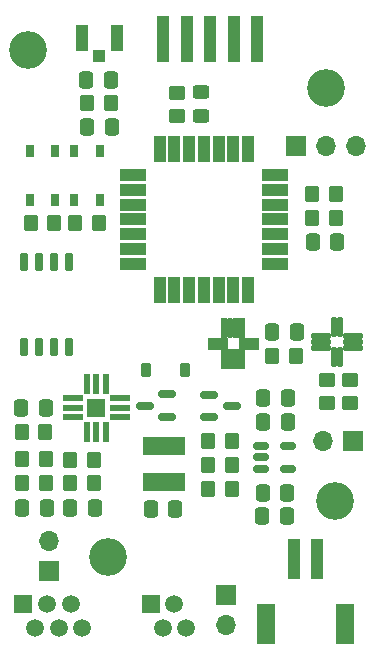
<source format=gbr>
%TF.GenerationSoftware,KiCad,Pcbnew,7.0.8-7.0.8~ubuntu22.04.1*%
%TF.CreationDate,2023-10-23T06:40:44-04:00*%
%TF.ProjectId,DDRN_Hardware,4444524e-5f48-4617-9264-776172652e6b,rev?*%
%TF.SameCoordinates,Original*%
%TF.FileFunction,Soldermask,Top*%
%TF.FilePolarity,Negative*%
%FSLAX46Y46*%
G04 Gerber Fmt 4.6, Leading zero omitted, Abs format (unit mm)*
G04 Created by KiCad (PCBNEW 7.0.8-7.0.8~ubuntu22.04.1) date 2023-10-23 06:40:44*
%MOMM*%
%LPD*%
G01*
G04 APERTURE LIST*
G04 Aperture macros list*
%AMRoundRect*
0 Rectangle with rounded corners*
0 $1 Rounding radius*
0 $2 $3 $4 $5 $6 $7 $8 $9 X,Y pos of 4 corners*
0 Add a 4 corners polygon primitive as box body*
4,1,4,$2,$3,$4,$5,$6,$7,$8,$9,$2,$3,0*
0 Add four circle primitives for the rounded corners*
1,1,$1+$1,$2,$3*
1,1,$1+$1,$4,$5*
1,1,$1+$1,$6,$7*
1,1,$1+$1,$8,$9*
0 Add four rect primitives between the rounded corners*
20,1,$1+$1,$2,$3,$4,$5,0*
20,1,$1+$1,$4,$5,$6,$7,0*
20,1,$1+$1,$6,$7,$8,$9,0*
20,1,$1+$1,$8,$9,$2,$3,0*%
G04 Aperture macros list end*
%ADD10R,1.700000X1.700000*%
%ADD11O,1.700000X1.700000*%
%ADD12R,0.650000X1.050000*%
%ADD13RoundRect,0.250000X0.350000X0.450000X-0.350000X0.450000X-0.350000X-0.450000X0.350000X-0.450000X0*%
%ADD14RoundRect,0.250000X-0.350000X-0.450000X0.350000X-0.450000X0.350000X0.450000X-0.350000X0.450000X0*%
%ADD15RoundRect,0.250000X0.450000X-0.350000X0.450000X0.350000X-0.450000X0.350000X-0.450000X-0.350000X0*%
%ADD16RoundRect,0.250000X-0.450000X0.350000X-0.450000X-0.350000X0.450000X-0.350000X0.450000X0.350000X0*%
%ADD17RoundRect,0.102000X-0.125000X-0.750000X0.125000X-0.750000X0.125000X0.750000X-0.125000X0.750000X0*%
%ADD18RoundRect,0.102000X-0.750000X-0.125000X0.750000X-0.125000X0.750000X0.125000X-0.750000X0.125000X0*%
%ADD19R,1.000000X1.050000*%
%ADD20R,1.050000X2.200000*%
%ADD21R,2.300000X1.000000*%
%ADD22R,1.000000X2.300000*%
%ADD23RoundRect,0.150000X-0.150000X0.650000X-0.150000X-0.650000X0.150000X-0.650000X0.150000X0.650000X0*%
%ADD24RoundRect,0.250000X0.337500X0.475000X-0.337500X0.475000X-0.337500X-0.475000X0.337500X-0.475000X0*%
%ADD25RoundRect,0.102000X-0.175000X0.750000X-0.175000X-0.750000X0.175000X-0.750000X0.175000X0.750000X0*%
%ADD26RoundRect,0.102000X0.750000X0.175000X-0.750000X0.175000X-0.750000X-0.175000X0.750000X-0.175000X0*%
%ADD27RoundRect,0.102000X0.175000X-0.750000X0.175000X0.750000X-0.175000X0.750000X-0.175000X-0.750000X0*%
%ADD28RoundRect,0.102000X-0.750000X-0.175000X0.750000X-0.175000X0.750000X0.175000X-0.750000X0.175000X0*%
%ADD29R,1.500000X1.500000*%
%ADD30RoundRect,0.250000X-0.337500X-0.475000X0.337500X-0.475000X0.337500X0.475000X-0.337500X0.475000X0*%
%ADD31R,3.600000X1.500000*%
%ADD32R,1.000000X4.000000*%
%ADD33RoundRect,0.102000X0.162500X-0.750000X0.162500X0.750000X-0.162500X0.750000X-0.162500X-0.750000X0*%
%ADD34C,1.500000*%
%ADD35RoundRect,0.150000X-0.512500X-0.150000X0.512500X-0.150000X0.512500X0.150000X-0.512500X0.150000X0*%
%ADD36C,3.200000*%
%ADD37RoundRect,0.150000X0.587500X0.150000X-0.587500X0.150000X-0.587500X-0.150000X0.587500X-0.150000X0*%
%ADD38R,1.500000X3.400000*%
%ADD39R,1.000000X3.500000*%
%ADD40RoundRect,0.225000X-0.225000X-0.375000X0.225000X-0.375000X0.225000X0.375000X-0.225000X0.375000X0*%
%ADD41RoundRect,0.250000X0.450000X-0.325000X0.450000X0.325000X-0.450000X0.325000X-0.450000X-0.325000X0*%
%ADD42RoundRect,0.150000X-0.587500X-0.150000X0.587500X-0.150000X0.587500X0.150000X-0.587500X0.150000X0*%
G04 APERTURE END LIST*
D10*
%TO.C,J7*%
X73600000Y-140950000D03*
D11*
X73600000Y-143490000D03*
%TD*%
D10*
%TO.C,J9*%
X84375000Y-127950000D03*
D11*
X81835000Y-127950000D03*
%TD*%
D10*
%TO.C,J6*%
X58600000Y-138975000D03*
D11*
X58600000Y-136435000D03*
%TD*%
D10*
%TO.C,J1*%
X79575000Y-102950000D03*
D11*
X82115000Y-102950000D03*
X84655000Y-102950000D03*
%TD*%
D12*
%TO.C,SW2*%
X59175000Y-103375000D03*
X59175000Y-107525000D03*
X57025000Y-107525000D03*
X57025000Y-103375000D03*
%TD*%
D13*
%TO.C,R19*%
X59100000Y-109450000D03*
X57100000Y-109450000D03*
%TD*%
D14*
%TO.C,R1*%
X60456250Y-131531250D03*
X62456250Y-131531250D03*
%TD*%
D13*
%TO.C,R14*%
X62850000Y-109450000D03*
X60850000Y-109450000D03*
%TD*%
D12*
%TO.C,SW1*%
X62925000Y-103375000D03*
X62925000Y-107525000D03*
X60775000Y-103375000D03*
X60775000Y-107525000D03*
%TD*%
D15*
%TO.C,R15*%
X69450000Y-100450000D03*
X69450000Y-98450000D03*
%TD*%
D16*
%TO.C,R7*%
X82150000Y-122750000D03*
X82150000Y-124750000D03*
%TD*%
D17*
%TO.C,U3*%
X83300000Y-118250000D03*
X82800000Y-118250000D03*
D18*
X81700000Y-119050000D03*
X81700000Y-119550000D03*
X81700000Y-120050000D03*
D17*
X82800000Y-120850000D03*
X83300000Y-120850000D03*
D18*
X84400000Y-120050000D03*
X84400000Y-119550000D03*
X84400000Y-119050000D03*
%TD*%
D19*
%TO.C,J2*%
X62887500Y-95375000D03*
D20*
X61412500Y-93850000D03*
X64362500Y-93850000D03*
%TD*%
D21*
%TO.C,U1*%
X77750000Y-112925000D03*
X77750000Y-111675000D03*
X77750000Y-110425000D03*
X77750000Y-109175000D03*
X77750000Y-107925000D03*
X77750000Y-106675000D03*
X77750000Y-105425000D03*
D22*
X75500000Y-103175000D03*
X74250000Y-103175000D03*
X73000000Y-103175000D03*
X71750000Y-103175000D03*
X70500000Y-103175000D03*
X69250000Y-103175000D03*
X68000000Y-103175000D03*
D21*
X65750000Y-105425000D03*
X65750000Y-106675000D03*
X65750000Y-107925000D03*
X65750000Y-109175000D03*
X65750000Y-110425000D03*
X65750000Y-111675000D03*
X65750000Y-112925000D03*
D22*
X68000000Y-115175000D03*
X69250000Y-115175000D03*
X70500000Y-115175000D03*
X71750000Y-115175000D03*
X73000000Y-115175000D03*
X74250000Y-115175000D03*
X75500000Y-115175000D03*
%TD*%
D23*
%TO.C,U4*%
X60355000Y-112750000D03*
X59085000Y-112750000D03*
X57815000Y-112750000D03*
X56545000Y-112750000D03*
X56545000Y-119950000D03*
X57815000Y-119950000D03*
X59085000Y-119950000D03*
X60355000Y-119950000D03*
%TD*%
D14*
%TO.C,R4*%
X56387500Y-131512500D03*
X58387500Y-131512500D03*
%TD*%
D24*
%TO.C,C10*%
X78837500Y-126322120D03*
X76762500Y-126322120D03*
%TD*%
%TO.C,C11*%
X63937500Y-101350000D03*
X61862500Y-101350000D03*
%TD*%
D25*
%TO.C,U2*%
X63450000Y-123137500D03*
X62650000Y-123137500D03*
X61850000Y-123137500D03*
D26*
X60650000Y-124337500D03*
X60650000Y-125137500D03*
X60650000Y-125937500D03*
D27*
X61850000Y-127137500D03*
X62650000Y-127137500D03*
X63450000Y-127137500D03*
D28*
X64650000Y-125937500D03*
X64650000Y-125137500D03*
X64650000Y-124337500D03*
D29*
X62650000Y-125137500D03*
%TD*%
D30*
%TO.C,C12*%
X61787500Y-97350000D03*
X63862500Y-97350000D03*
%TD*%
D13*
%TO.C,R2*%
X58387500Y-129462500D03*
X56387500Y-129462500D03*
%TD*%
D14*
%TO.C,R9*%
X80950000Y-109050000D03*
X82950000Y-109050000D03*
%TD*%
D24*
%TO.C,C4*%
X58375000Y-125162500D03*
X56300000Y-125162500D03*
%TD*%
D31*
%TO.C,L1*%
X68400000Y-131450000D03*
X68400000Y-128400000D03*
%TD*%
D16*
%TO.C,R6*%
X84150000Y-122750000D03*
X84150000Y-124750000D03*
%TD*%
D14*
%TO.C,R5*%
X60450000Y-129537500D03*
X62450000Y-129537500D03*
%TD*%
%TO.C,R12*%
X72100000Y-129972120D03*
X74100000Y-129972120D03*
%TD*%
D32*
%TO.C,J8*%
X76290000Y-93935000D03*
X74290000Y-93935000D03*
X72290000Y-93935000D03*
X70290000Y-93935000D03*
X68290000Y-93935000D03*
%TD*%
D27*
%TO.C,U5*%
X73500000Y-121000000D03*
X74000000Y-121000000D03*
X74500000Y-121000000D03*
X75000000Y-121000000D03*
D26*
X75550000Y-119950000D03*
X75550000Y-119450000D03*
D27*
X75000000Y-118400000D03*
X74500000Y-118400000D03*
D33*
X73987500Y-118400000D03*
D27*
X73500000Y-118400000D03*
D26*
X72950000Y-119450000D03*
X72950000Y-119950000D03*
%TD*%
D30*
%TO.C,C7*%
X76725000Y-132322120D03*
X78800000Y-132322120D03*
%TD*%
D29*
%TO.C,J5*%
X56462500Y-141750000D03*
D34*
X57462500Y-143750000D03*
X58462500Y-141750000D03*
X59462500Y-143750000D03*
X60462500Y-141750000D03*
X61462500Y-143750000D03*
%TD*%
D30*
%TO.C,C8*%
X76687500Y-134322120D03*
X78762500Y-134322120D03*
%TD*%
D29*
%TO.C,J4*%
X67262500Y-141750000D03*
D34*
X68262500Y-143750000D03*
X69262500Y-141750000D03*
X70262500Y-143750000D03*
%TD*%
D13*
%TO.C,R13*%
X74100000Y-127972120D03*
X72100000Y-127972120D03*
%TD*%
D35*
%TO.C,U6*%
X76625000Y-128372120D03*
X76625000Y-129322120D03*
X76625000Y-130272120D03*
X78900000Y-130272120D03*
X78900000Y-128372120D03*
%TD*%
D36*
%TO.C,H3*%
X82862500Y-133050000D03*
%TD*%
D24*
%TO.C,C2*%
X69337500Y-133700000D03*
X67262500Y-133700000D03*
%TD*%
D30*
%TO.C,C6*%
X77525000Y-118750000D03*
X79600000Y-118750000D03*
%TD*%
D13*
%TO.C,R3*%
X58325000Y-127212500D03*
X56325000Y-127212500D03*
%TD*%
D37*
%TO.C,Q1*%
X68637500Y-125900000D03*
X68637500Y-124000000D03*
X66762500Y-124950000D03*
%TD*%
D24*
%TO.C,C1*%
X83037500Y-111100000D03*
X80962500Y-111100000D03*
%TD*%
D38*
%TO.C,J3*%
X77000000Y-143450000D03*
X83700000Y-143450000D03*
D39*
X79350000Y-137950000D03*
X81350000Y-137950000D03*
%TD*%
D30*
%TO.C,C5*%
X56387500Y-133612500D03*
X58462500Y-133612500D03*
%TD*%
D14*
%TO.C,R8*%
X77550000Y-120750000D03*
X79550000Y-120750000D03*
%TD*%
D36*
%TO.C,H4*%
X63662500Y-137750000D03*
%TD*%
%TO.C,H1*%
X82062500Y-98050000D03*
%TD*%
D14*
%TO.C,R16*%
X61862500Y-99350000D03*
X63862500Y-99350000D03*
%TD*%
D24*
%TO.C,C9*%
X78837500Y-124322120D03*
X76762500Y-124322120D03*
%TD*%
D40*
%TO.C,D1*%
X66850000Y-121900000D03*
X70150000Y-121900000D03*
%TD*%
D36*
%TO.C,H2*%
X56850000Y-94850000D03*
%TD*%
D13*
%TO.C,R11*%
X74100000Y-131972120D03*
X72100000Y-131972120D03*
%TD*%
D41*
%TO.C,D2*%
X71500000Y-100425000D03*
X71500000Y-98375000D03*
%TD*%
D14*
%TO.C,R10*%
X80950000Y-107050000D03*
X82950000Y-107050000D03*
%TD*%
D42*
%TO.C,Q2*%
X72225000Y-124022120D03*
X72225000Y-125922120D03*
X74100000Y-124972120D03*
%TD*%
D24*
%TO.C,C3*%
X62518750Y-133581250D03*
X60443750Y-133581250D03*
%TD*%
M02*

</source>
